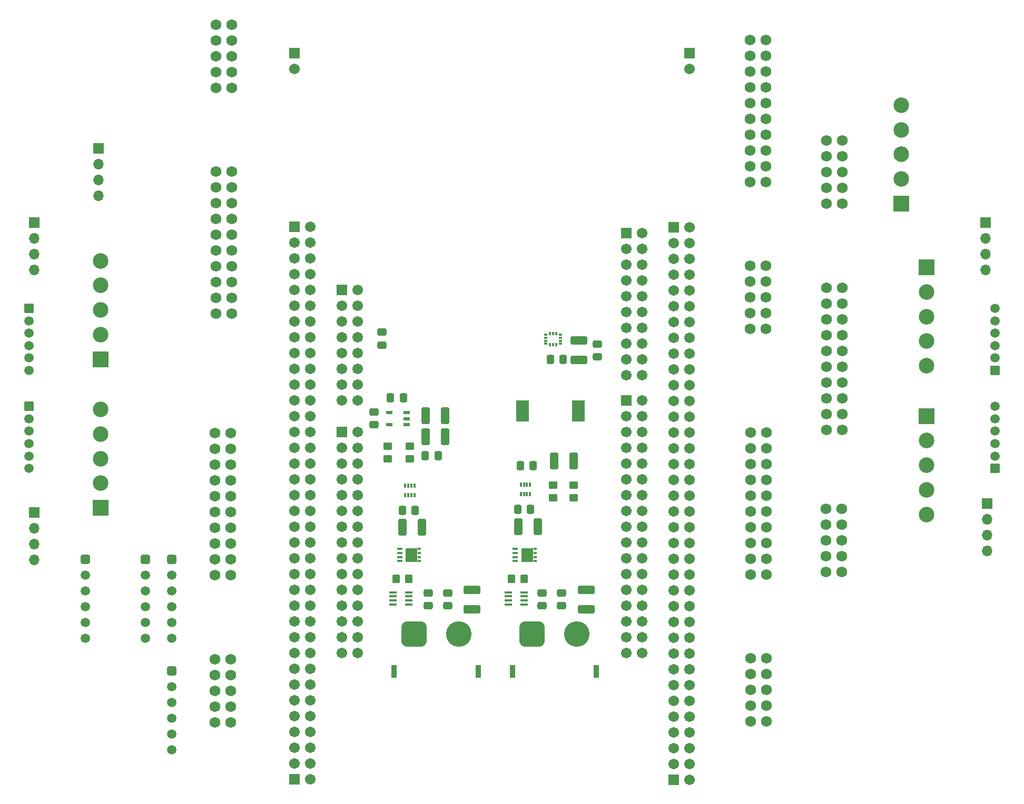
<source format=gts>
%TF.GenerationSoftware,KiCad,Pcbnew,8.0.6*%
%TF.CreationDate,2024-11-11T21:37:21+01:00*%
%TF.ProjectId,Mainboard,4d61696e-626f-4617-9264-2e6b69636164,rev?*%
%TF.SameCoordinates,Original*%
%TF.FileFunction,Soldermask,Top*%
%TF.FilePolarity,Negative*%
%FSLAX46Y46*%
G04 Gerber Fmt 4.6, Leading zero omitted, Abs format (unit mm)*
G04 Created by KiCad (PCBNEW 8.0.6) date 2024-11-11 21:37:21*
%MOMM*%
%LPD*%
G01*
G04 APERTURE LIST*
G04 Aperture macros list*
%AMRoundRect*
0 Rectangle with rounded corners*
0 $1 Rounding radius*
0 $2 $3 $4 $5 $6 $7 $8 $9 X,Y pos of 4 corners*
0 Add a 4 corners polygon primitive as box body*
4,1,4,$2,$3,$4,$5,$6,$7,$8,$9,$2,$3,0*
0 Add four circle primitives for the rounded corners*
1,1,$1+$1,$2,$3*
1,1,$1+$1,$4,$5*
1,1,$1+$1,$6,$7*
1,1,$1+$1,$8,$9*
0 Add four rect primitives between the rounded corners*
20,1,$1+$1,$2,$3,$4,$5,0*
20,1,$1+$1,$4,$5,$6,$7,0*
20,1,$1+$1,$6,$7,$8,$9,0*
20,1,$1+$1,$8,$9,$2,$3,0*%
G04 Aperture macros list end*
%ADD10RoundRect,0.250000X0.412500X1.100000X-0.412500X1.100000X-0.412500X-1.100000X0.412500X-1.100000X0*%
%ADD11RoundRect,0.250000X-0.412500X-1.100000X0.412500X-1.100000X0.412500X1.100000X-0.412500X1.100000X0*%
%ADD12C,1.733200*%
%ADD13RoundRect,0.250000X0.450000X-0.350000X0.450000X0.350000X-0.450000X0.350000X-0.450000X-0.350000X0*%
%ADD14R,2.500000X2.500000*%
%ADD15C,2.500000*%
%ADD16RoundRect,0.250000X0.350000X0.450000X-0.350000X0.450000X-0.350000X-0.450000X0.350000X-0.450000X0*%
%ADD17RoundRect,0.250000X-0.337500X-0.475000X0.337500X-0.475000X0.337500X0.475000X-0.337500X0.475000X0*%
%ADD18RoundRect,0.250000X0.475000X-0.337500X0.475000X0.337500X-0.475000X0.337500X-0.475000X-0.337500X0*%
%ADD19R,2.000000X3.500000*%
%ADD20RoundRect,0.250000X-0.475000X0.337500X-0.475000X-0.337500X0.475000X-0.337500X0.475000X0.337500X0*%
%ADD21RoundRect,0.250000X-1.100000X0.412500X-1.100000X-0.412500X1.100000X-0.412500X1.100000X0.412500X0*%
%ADD22RoundRect,0.380000X-0.380000X0.380000X-0.380000X-0.380000X0.380000X-0.380000X0.380000X0.380000X0*%
%ADD23C,1.520000*%
%ADD24R,0.575000X0.350000*%
%ADD25R,0.350000X0.575000*%
%ADD26RoundRect,0.250000X0.337500X0.475000X-0.337500X0.475000X-0.337500X-0.475000X0.337500X-0.475000X0*%
%ADD27R,0.830000X0.400000*%
%ADD28R,0.620000X0.400000*%
%ADD29R,1.850000X2.250000*%
%ADD30R,0.130000X0.050000*%
%ADD31RoundRect,0.250000X1.100000X-0.412500X1.100000X0.412500X-1.100000X0.412500X-1.100000X-0.412500X0*%
%ADD32R,0.997699X0.508000*%
%ADD33R,1.700000X1.700000*%
%ADD34O,1.700000X1.700000*%
%ADD35R,0.300000X0.670000*%
%ADD36R,1.200000X0.450000*%
%ADD37RoundRect,0.102000X-0.754000X-0.754000X0.754000X-0.754000X0.754000X0.754000X-0.754000X0.754000X0*%
%ADD38C,1.712000*%
%ADD39RoundRect,0.102000X0.654000X-0.654000X0.654000X0.654000X-0.654000X0.654000X-0.654000X-0.654000X0*%
%ADD40C,1.512000*%
%ADD41R,0.900000X2.000000*%
%ADD42RoundRect,1.025000X-1.025000X-1.025000X1.025000X-1.025000X1.025000X1.025000X-1.025000X1.025000X0*%
%ADD43C,4.100000*%
%ADD44RoundRect,0.102000X-0.654000X0.654000X-0.654000X-0.654000X0.654000X-0.654000X0.654000X0.654000X0*%
G04 APERTURE END LIST*
D10*
%TO.C,C23*%
X198022500Y-139840000D03*
X194897500Y-139840000D03*
%TD*%
D11*
%TO.C,C13*%
X174235000Y-132490000D03*
X177360000Y-132490000D03*
%TD*%
D12*
%TO.C,J4*%
X238600000Y-147468000D03*
X241140000Y-147468000D03*
X238600000Y-150008000D03*
X241140000Y-150008000D03*
X238600000Y-152548000D03*
X241140000Y-152548000D03*
X238600000Y-155088000D03*
X241140000Y-155088000D03*
X238600000Y-157628000D03*
X241140000Y-157628000D03*
%TD*%
D13*
%TO.C,R4*%
X168160000Y-139440000D03*
X168160000Y-137440000D03*
%TD*%
D14*
%TO.C,J16*%
X250650000Y-98390000D03*
D15*
X250650000Y-94430000D03*
X250650000Y-90470000D03*
X250650000Y-86510000D03*
X250650000Y-82550000D03*
%TD*%
D16*
%TO.C,R1*%
X190050000Y-158780000D03*
X188050000Y-158780000D03*
%TD*%
D17*
%TO.C,C6*%
X170472500Y-147790000D03*
X172547500Y-147790000D03*
%TD*%
D18*
%TO.C,C2*%
X177760000Y-163122500D03*
X177760000Y-161047500D03*
%TD*%
D16*
%TO.C,R2*%
X171490000Y-158780000D03*
X169490000Y-158780000D03*
%TD*%
D12*
%TO.C,J20*%
X229000000Y-135190000D03*
X226460000Y-135190000D03*
X229000000Y-137730000D03*
X226460000Y-137730000D03*
X229000000Y-140270000D03*
X226460000Y-140270000D03*
X229000000Y-142810000D03*
X226460000Y-142810000D03*
X229000000Y-145350000D03*
X226460000Y-145350000D03*
X229000000Y-147890000D03*
X226460000Y-147890000D03*
X229000000Y-150430000D03*
X226460000Y-150430000D03*
X229000000Y-152970000D03*
X226460000Y-152970000D03*
X229000000Y-155510000D03*
X226460000Y-155510000D03*
X229000000Y-158050000D03*
X226460000Y-158050000D03*
X229000000Y-171570000D03*
X226460000Y-171570000D03*
X229000000Y-174110000D03*
X226460000Y-174110000D03*
X229000000Y-176650000D03*
X226460000Y-176650000D03*
X229000000Y-179190000D03*
X226460000Y-179190000D03*
X229000000Y-181730000D03*
X226460000Y-181730000D03*
%TD*%
D13*
%TO.C,R3*%
X171660000Y-139440000D03*
X171660000Y-137440000D03*
%TD*%
D18*
%TO.C,C1*%
X196080000Y-163122500D03*
X196080000Y-161047500D03*
%TD*%
D17*
%TO.C,C10*%
X189045000Y-147610000D03*
X191120000Y-147610000D03*
%TD*%
D12*
%TO.C,J22*%
X140575000Y-116125000D03*
X143115000Y-116125000D03*
X140575000Y-113585000D03*
X143115000Y-113585000D03*
X140575000Y-111045000D03*
X143115000Y-111045000D03*
X140575000Y-108505000D03*
X143115000Y-108505000D03*
X140575000Y-105965000D03*
X143115000Y-105965000D03*
X140575000Y-103425000D03*
X143115000Y-103425000D03*
X140575000Y-100885000D03*
X143115000Y-100885000D03*
X140575000Y-98345000D03*
X143115000Y-98345000D03*
X140575000Y-95805000D03*
X143115000Y-95805000D03*
X140575000Y-93265000D03*
X143115000Y-93265000D03*
X140575000Y-79745000D03*
X143115000Y-79745000D03*
X140575000Y-77205000D03*
X143115000Y-77205000D03*
X140575000Y-74665000D03*
X143115000Y-74665000D03*
X140575000Y-72125000D03*
X143115000Y-72125000D03*
X140575000Y-69585000D03*
X143115000Y-69585000D03*
%TD*%
D19*
%TO.C,L2*%
X189810000Y-131740000D03*
X198810000Y-131740000D03*
%TD*%
D17*
%TO.C,C26*%
X194287500Y-123450000D03*
X196362500Y-123450000D03*
%TD*%
D18*
%TO.C,C43*%
X165900000Y-133975000D03*
X165900000Y-131900000D03*
%TD*%
D12*
%TO.C,J19*%
X142880000Y-135350000D03*
X140340000Y-135350000D03*
X142880000Y-137890000D03*
X140340000Y-137890000D03*
X142880000Y-140430000D03*
X140340000Y-140430000D03*
X142880000Y-142970000D03*
X140340000Y-142970000D03*
X142880000Y-145510000D03*
X140340000Y-145510000D03*
X142880000Y-148050000D03*
X140340000Y-148050000D03*
X142880000Y-150590000D03*
X140340000Y-150590000D03*
X142880000Y-153130000D03*
X140340000Y-153130000D03*
X142880000Y-155670000D03*
X140340000Y-155670000D03*
X142880000Y-158210000D03*
X140340000Y-158210000D03*
X142880000Y-171730000D03*
X140340000Y-171730000D03*
X142880000Y-174270000D03*
X140340000Y-174270000D03*
X142880000Y-176810000D03*
X140340000Y-176810000D03*
X142880000Y-179350000D03*
X140340000Y-179350000D03*
X142880000Y-181890000D03*
X140340000Y-181890000D03*
%TD*%
D20*
%TO.C,C12*%
X167230000Y-119082500D03*
X167230000Y-121157500D03*
%TD*%
D21*
%TO.C,C24*%
X198900000Y-120412500D03*
X198900000Y-123537500D03*
%TD*%
D18*
%TO.C,C4*%
X174670000Y-163122500D03*
X174670000Y-161047500D03*
%TD*%
D22*
%TO.C,J3*%
X133460000Y-173627500D03*
D23*
X133460000Y-176167500D03*
X133460000Y-178707500D03*
X133460000Y-181247500D03*
X133460000Y-183787500D03*
X133460000Y-186327500D03*
%TD*%
D24*
%TO.C,IC3*%
X193562000Y-119462000D03*
X193562000Y-119962000D03*
X193562000Y-120462000D03*
X193562000Y-120962000D03*
D25*
X194225000Y-121124000D03*
X194725000Y-121124000D03*
X195225000Y-121124000D03*
D24*
X195888000Y-120962000D03*
X195888000Y-120462000D03*
X195888000Y-119962000D03*
X195888000Y-119462000D03*
D25*
X195225000Y-119300000D03*
X194725000Y-119300000D03*
X194225000Y-119300000D03*
%TD*%
D26*
%TO.C,C22*%
X191510000Y-140590000D03*
X189435000Y-140590000D03*
%TD*%
D11*
%TO.C,C9*%
X170535000Y-150500000D03*
X173660000Y-150500000D03*
%TD*%
D27*
%TO.C,Q1*%
X188641000Y-153960000D03*
X188641000Y-154610000D03*
X188641000Y-155260000D03*
X188641000Y-155910000D03*
D28*
X191815000Y-155910000D03*
X191815000Y-155260000D03*
X191815000Y-154610000D03*
X191815000Y-153960000D03*
D29*
X190580000Y-154935000D03*
D30*
X191440000Y-156085000D03*
X191440000Y-153785000D03*
%TD*%
D12*
%TO.C,J18*%
X238630000Y-134780000D03*
X241170000Y-134780000D03*
X238630000Y-132240000D03*
X241170000Y-132240000D03*
X238630000Y-129700000D03*
X241170000Y-129700000D03*
X238630000Y-127160000D03*
X241170000Y-127160000D03*
X238630000Y-124620000D03*
X241170000Y-124620000D03*
X238630000Y-122080000D03*
X241170000Y-122080000D03*
X238630000Y-119540000D03*
X241170000Y-119540000D03*
X238630000Y-117000000D03*
X241170000Y-117000000D03*
X238630000Y-114460000D03*
X241170000Y-114460000D03*
X238630000Y-111920000D03*
X241170000Y-111920000D03*
X238630000Y-98400000D03*
X241170000Y-98400000D03*
X238630000Y-95860000D03*
X241170000Y-95860000D03*
X238630000Y-93320000D03*
X241170000Y-93320000D03*
X238630000Y-90780000D03*
X241170000Y-90780000D03*
X238630000Y-88240000D03*
X241170000Y-88240000D03*
%TD*%
D11*
%TO.C,C7*%
X189127500Y-150360000D03*
X192252500Y-150360000D03*
%TD*%
D31*
%TO.C,C11*%
X181690000Y-163647500D03*
X181690000Y-160522500D03*
%TD*%
D22*
%TO.C,J24*%
X133460000Y-155640000D03*
D23*
X133460000Y-158180000D03*
X133460000Y-160720000D03*
X133460000Y-163260000D03*
X133460000Y-165800000D03*
X133460000Y-168340000D03*
%TD*%
D11*
%TO.C,C28*%
X174255000Y-135940000D03*
X177380000Y-135940000D03*
%TD*%
D22*
%TO.C,J25*%
X119500000Y-155650000D03*
D23*
X119500000Y-158190000D03*
X119500000Y-160730000D03*
X119500000Y-163270000D03*
X119500000Y-165810000D03*
X119500000Y-168350000D03*
%TD*%
D26*
%TO.C,C27*%
X176255000Y-138990000D03*
X174180000Y-138990000D03*
%TD*%
D20*
%TO.C,C25*%
X201850000Y-120987500D03*
X201850000Y-123062500D03*
%TD*%
D17*
%TO.C,C44*%
X168600000Y-129625000D03*
X170675000Y-129625000D03*
%TD*%
D32*
%TO.C,U2*%
X171160351Y-133940001D03*
X171160351Y-132990000D03*
X171160351Y-132039999D03*
X168410049Y-132039999D03*
X168410049Y-133940001D03*
%TD*%
D33*
%TO.C,J26*%
X121670000Y-89530000D03*
D34*
X121670000Y-92070000D03*
X121670000Y-94610000D03*
X121670000Y-97150000D03*
%TD*%
D35*
%TO.C,IC6*%
X189527500Y-145130000D03*
X190027500Y-145130000D03*
X190527500Y-145130000D03*
X191027500Y-145130000D03*
X191027500Y-143650000D03*
X190527500Y-143650000D03*
X190027500Y-143650000D03*
X189527500Y-143650000D03*
%TD*%
D36*
%TO.C,IC1*%
X190040000Y-162905000D03*
X190040000Y-162255000D03*
X190040000Y-161605000D03*
X190040000Y-160955000D03*
X187540000Y-160955000D03*
X187540000Y-161605000D03*
X187540000Y-162255000D03*
X187540000Y-162905000D03*
%TD*%
D22*
%TO.C,J8*%
X129166700Y-155668000D03*
D23*
X129166700Y-158208000D03*
X129166700Y-160748000D03*
X129166700Y-163288000D03*
X129166700Y-165828000D03*
X129166700Y-168368000D03*
%TD*%
D37*
%TO.C,U1*%
X153168300Y-74210000D03*
D38*
X153168300Y-76750000D03*
D37*
X216668300Y-74210000D03*
D38*
X216668300Y-76750000D03*
D37*
X206508300Y-103166000D03*
D38*
X209048300Y-103166000D03*
X206508300Y-105706000D03*
X209048300Y-105706000D03*
X206508300Y-108246000D03*
X209048300Y-108246000D03*
X206508300Y-110786000D03*
X209048300Y-110786000D03*
X206508300Y-113326000D03*
X209048300Y-113326000D03*
X206508300Y-115866000D03*
X209048300Y-115866000D03*
X206508300Y-118406000D03*
X209048300Y-118406000D03*
X206508300Y-120946000D03*
X209048300Y-120946000D03*
X206508300Y-123486000D03*
X209048300Y-123486000D03*
X206508300Y-126026000D03*
X209048300Y-126026000D03*
D37*
X160788300Y-112310000D03*
D38*
X163328300Y-112310000D03*
X160788300Y-114850000D03*
X163328300Y-114850000D03*
X160788300Y-117390000D03*
X163328300Y-117390000D03*
X160788300Y-119930000D03*
X163328300Y-119930000D03*
X160788300Y-122470000D03*
X163328300Y-122470000D03*
X160788300Y-125010000D03*
X163328300Y-125010000D03*
X160788300Y-127550000D03*
X163328300Y-127550000D03*
X160788300Y-130090000D03*
X163328300Y-130090000D03*
D37*
X160788300Y-135170000D03*
D38*
X163328300Y-135170000D03*
X160788300Y-137710000D03*
X163328300Y-137710000D03*
X160788300Y-140250000D03*
X163328300Y-140250000D03*
X160788300Y-142790000D03*
X163328300Y-142790000D03*
X160788300Y-145330000D03*
X163328300Y-145330000D03*
X160788300Y-147870000D03*
X163328300Y-147870000D03*
X160788300Y-150410000D03*
X163328300Y-150410000D03*
X160788300Y-152950000D03*
X163328300Y-152950000D03*
X160788300Y-155490000D03*
X163328300Y-155490000D03*
X160788300Y-158030000D03*
X163328300Y-158030000D03*
X160788300Y-160570000D03*
X163328300Y-160570000D03*
X160788300Y-163110000D03*
X163328300Y-163110000D03*
X160788300Y-165650000D03*
X163328300Y-165650000D03*
X160788300Y-168190000D03*
X163328300Y-168190000D03*
X160788300Y-170730000D03*
X163328300Y-170730000D03*
D37*
X206508300Y-130090000D03*
D38*
X209048300Y-130090000D03*
X206508300Y-132630000D03*
X209048300Y-132630000D03*
X206508300Y-135170000D03*
X209048300Y-135170000D03*
X206508300Y-137710000D03*
X209048300Y-137710000D03*
X206508300Y-140250000D03*
X209048300Y-140250000D03*
X206508300Y-142790000D03*
X209048300Y-142790000D03*
X206508300Y-145330000D03*
X209048300Y-145330000D03*
X206508300Y-147870000D03*
X209048300Y-147870000D03*
X206508300Y-150410000D03*
X209048300Y-150410000D03*
X206508300Y-152950000D03*
X209048300Y-152950000D03*
X206508300Y-155490000D03*
X209048300Y-155490000D03*
X206508300Y-158030000D03*
X209048300Y-158030000D03*
X206508300Y-160570000D03*
X209048300Y-160570000D03*
X206508300Y-163110000D03*
X209048300Y-163110000D03*
X206508300Y-165650000D03*
X209048300Y-165650000D03*
X206508300Y-168190000D03*
X209048300Y-168190000D03*
X206508300Y-170730000D03*
X209048300Y-170730000D03*
D37*
X153168300Y-102150000D03*
D38*
X155708300Y-102150000D03*
X153168300Y-104690000D03*
X155708300Y-104690000D03*
X153168300Y-107230000D03*
X155708300Y-107230000D03*
X153168300Y-109770000D03*
X155708300Y-109770000D03*
X153168300Y-112310000D03*
X155708300Y-112310000D03*
X153168300Y-114850000D03*
X155708300Y-114850000D03*
X153168300Y-117390000D03*
X155708300Y-117390000D03*
X153168300Y-119930000D03*
X155708300Y-119930000D03*
X153168300Y-122470000D03*
X155708300Y-122470000D03*
X153168300Y-125010000D03*
X155708300Y-125010000D03*
X153168300Y-127550000D03*
X155708300Y-127550000D03*
X153168300Y-130090000D03*
X155708300Y-130090000D03*
X153168300Y-132630000D03*
X155708300Y-132630000D03*
X153168300Y-135170000D03*
X155708300Y-135170000D03*
X153168300Y-137710000D03*
X155708300Y-137710000D03*
X153168300Y-140250000D03*
X155708300Y-140250000D03*
X153168300Y-142790000D03*
X155708300Y-142790000D03*
X153168300Y-145330000D03*
X155708300Y-145330000D03*
X153168300Y-147870000D03*
X155708300Y-147870000D03*
X153168300Y-150410000D03*
X155708300Y-150410000D03*
X153168300Y-152950000D03*
X155708300Y-152950000D03*
X153168300Y-155490000D03*
X155708300Y-155490000D03*
X153168300Y-158030000D03*
X155708300Y-158030000D03*
X153168300Y-160570000D03*
X155708300Y-160570000D03*
X153168300Y-163110000D03*
X155708300Y-163110000D03*
X153168300Y-165650000D03*
X155708300Y-165650000D03*
X153168300Y-168190000D03*
X155708300Y-168190000D03*
X153168300Y-170730000D03*
X155708300Y-170730000D03*
X153168300Y-173270000D03*
X155708300Y-173270000D03*
X153168300Y-175810000D03*
X155708300Y-175810000D03*
X153168300Y-178350000D03*
X155708300Y-178350000D03*
X153168300Y-180890000D03*
X155708300Y-180890000D03*
X153168300Y-183430000D03*
X155708300Y-183430000D03*
X153168300Y-185970000D03*
X155708300Y-185970000D03*
X153168300Y-188510000D03*
X155708300Y-188510000D03*
D37*
X214128300Y-102170000D03*
D38*
X216668300Y-102170000D03*
X214128300Y-104710000D03*
X216668300Y-104710000D03*
X214128300Y-107250000D03*
X216668300Y-107250000D03*
X214128300Y-109790000D03*
X216668300Y-109790000D03*
X214128300Y-112330000D03*
X216668300Y-112330000D03*
X214128300Y-114870000D03*
X216668300Y-114870000D03*
X214128300Y-117410000D03*
X216668300Y-117410000D03*
X214128300Y-119950000D03*
X216668300Y-119950000D03*
X214128300Y-122490000D03*
X216668300Y-122490000D03*
X214128300Y-125030000D03*
X216668300Y-125030000D03*
X214128300Y-127570000D03*
X216668300Y-127570000D03*
X214128300Y-130110000D03*
X216668300Y-130110000D03*
X214128300Y-132650000D03*
X216668300Y-132650000D03*
X214128300Y-135190000D03*
X216668300Y-135190000D03*
X214128300Y-137730000D03*
X216668300Y-137730000D03*
X214128300Y-140270000D03*
X216668300Y-140270000D03*
X214128300Y-142810000D03*
X216668300Y-142810000D03*
X214128300Y-145350000D03*
X216668300Y-145350000D03*
X214128300Y-147890000D03*
X216668300Y-147890000D03*
X214128300Y-150430000D03*
X216668300Y-150430000D03*
X214128300Y-152970000D03*
X216668300Y-152970000D03*
X214128300Y-155510000D03*
X216668300Y-155510000D03*
X214128300Y-158050000D03*
X216668300Y-158050000D03*
X214128300Y-160590000D03*
X216668300Y-160590000D03*
X214128300Y-163130000D03*
X216668300Y-163130000D03*
X214128300Y-165670000D03*
X216668300Y-165670000D03*
X214128300Y-168210000D03*
X216668300Y-168210000D03*
X214128300Y-170750000D03*
X216668300Y-170750000D03*
X214128300Y-173290000D03*
X216668300Y-173290000D03*
X214128300Y-175830000D03*
X216668300Y-175830000D03*
X214128300Y-178370000D03*
X216668300Y-178370000D03*
X214128300Y-180910000D03*
X216668300Y-180910000D03*
X214128300Y-183450000D03*
X216668300Y-183450000D03*
X214128300Y-185990000D03*
X216668300Y-185990000D03*
X214128300Y-188530000D03*
X216668300Y-188530000D03*
D37*
X214128300Y-191070000D03*
D38*
X216668300Y-191070000D03*
D37*
X153168300Y-191050000D03*
D38*
X155708300Y-191050000D03*
%TD*%
D31*
%TO.C,C8*%
X200030000Y-163647500D03*
X200030000Y-160522500D03*
%TD*%
D13*
%TO.C,R8*%
X194760000Y-145690000D03*
X194760000Y-143690000D03*
%TD*%
%TO.C,R9*%
X198060000Y-145690000D03*
X198060000Y-143690000D03*
%TD*%
D12*
%TO.C,J21*%
X228970000Y-72050000D03*
X226430000Y-72050000D03*
X228970000Y-74590000D03*
X226430000Y-74590000D03*
X228970000Y-77130000D03*
X226430000Y-77130000D03*
X228970000Y-79670000D03*
X226430000Y-79670000D03*
X228970000Y-82210000D03*
X226430000Y-82210000D03*
X228970000Y-84750000D03*
X226430000Y-84750000D03*
X228970000Y-87290000D03*
X226430000Y-87290000D03*
X228970000Y-89830000D03*
X226430000Y-89830000D03*
X228970000Y-92370000D03*
X226430000Y-92370000D03*
X228970000Y-94910000D03*
X226430000Y-94910000D03*
X228970000Y-108430000D03*
X226430000Y-108430000D03*
X228970000Y-110970000D03*
X226430000Y-110970000D03*
X228970000Y-113510000D03*
X226430000Y-113510000D03*
X228970000Y-116050000D03*
X226430000Y-116050000D03*
X228970000Y-118590000D03*
X226430000Y-118590000D03*
%TD*%
D27*
%TO.C,Q2*%
X170046000Y-153960000D03*
X170046000Y-154610000D03*
X170046000Y-155260000D03*
X170046000Y-155910000D03*
D28*
X173220000Y-155910000D03*
X173220000Y-155260000D03*
X173220000Y-154610000D03*
X173220000Y-153960000D03*
D29*
X171985000Y-154935000D03*
D30*
X172845000Y-156085000D03*
X172845000Y-153785000D03*
%TD*%
D36*
%TO.C,IC2*%
X171520000Y-162905000D03*
X171520000Y-162255000D03*
X171520000Y-161605000D03*
X171520000Y-160955000D03*
X169020000Y-160955000D03*
X169020000Y-161605000D03*
X169020000Y-162255000D03*
X169020000Y-162905000D03*
%TD*%
D35*
%TO.C,IC7*%
X170960000Y-145290000D03*
X171460000Y-145290000D03*
X171960000Y-145290000D03*
X172460000Y-145290000D03*
X172460000Y-143810000D03*
X171960000Y-143810000D03*
X171460000Y-143810000D03*
X170960000Y-143810000D03*
%TD*%
D18*
%TO.C,C3*%
X192920000Y-163122500D03*
X192920000Y-161047500D03*
%TD*%
D14*
%TO.C,J14*%
X254750000Y-132580000D03*
D15*
X254750000Y-136540000D03*
X254750000Y-140500000D03*
X254750000Y-144460000D03*
X254750000Y-148420000D03*
%TD*%
D39*
%TO.C,J5*%
X110500000Y-115250000D03*
D40*
X110500000Y-117250000D03*
X110500000Y-119250000D03*
X110500000Y-121250000D03*
X110500000Y-123250000D03*
X110500000Y-125250000D03*
%TD*%
D41*
%TO.C,J1*%
X188190000Y-173640000D03*
X201690000Y-173640000D03*
D42*
X191340000Y-167640000D03*
D43*
X198540000Y-167640000D03*
%TD*%
D33*
%TO.C,J27*%
X264500000Y-146630000D03*
D34*
X264500000Y-149170000D03*
X264500000Y-151710000D03*
X264500000Y-154250000D03*
%TD*%
D14*
%TO.C,J12*%
X122000000Y-147350000D03*
D15*
X122000000Y-143390000D03*
X122000000Y-139430000D03*
X122000000Y-135470000D03*
X122000000Y-131510000D03*
%TD*%
D41*
%TO.C,J2*%
X169180000Y-173640000D03*
X182680000Y-173640000D03*
D42*
X172330000Y-167640000D03*
D43*
X179530000Y-167640000D03*
%TD*%
D33*
%TO.C,J17*%
X111300000Y-101420000D03*
D34*
X111300000Y-103960000D03*
X111300000Y-106500000D03*
X111300000Y-109040000D03*
%TD*%
D39*
%TO.C,J11*%
X110500000Y-131000000D03*
D40*
X110500000Y-133000000D03*
X110500000Y-135000000D03*
X110500000Y-137000000D03*
X110500000Y-139000000D03*
X110500000Y-141000000D03*
%TD*%
D33*
%TO.C,J23*%
X111310000Y-148130000D03*
D34*
X111310000Y-150670000D03*
X111310000Y-153210000D03*
X111310000Y-155750000D03*
%TD*%
D44*
%TO.C,J13*%
X265750000Y-141000000D03*
D40*
X265750000Y-139000000D03*
X265750000Y-137000000D03*
X265750000Y-135000000D03*
X265750000Y-133000000D03*
X265750000Y-131000000D03*
%TD*%
D14*
%TO.C,J10*%
X254750000Y-108660000D03*
D15*
X254750000Y-112620000D03*
X254750000Y-116580000D03*
X254750000Y-120540000D03*
X254750000Y-124500000D03*
%TD*%
D44*
%TO.C,J7*%
X265750000Y-125250000D03*
D40*
X265750000Y-123250000D03*
X265750000Y-121250000D03*
X265750000Y-119250000D03*
X265750000Y-117250000D03*
X265750000Y-115250000D03*
%TD*%
D33*
%TO.C,J9*%
X264250000Y-101450000D03*
D34*
X264250000Y-103990000D03*
X264250000Y-106530000D03*
X264250000Y-109070000D03*
%TD*%
D14*
%TO.C,J6*%
X122000000Y-123430000D03*
D15*
X122000000Y-119470000D03*
X122000000Y-115510000D03*
X122000000Y-111550000D03*
X122000000Y-107590000D03*
%TD*%
M02*

</source>
